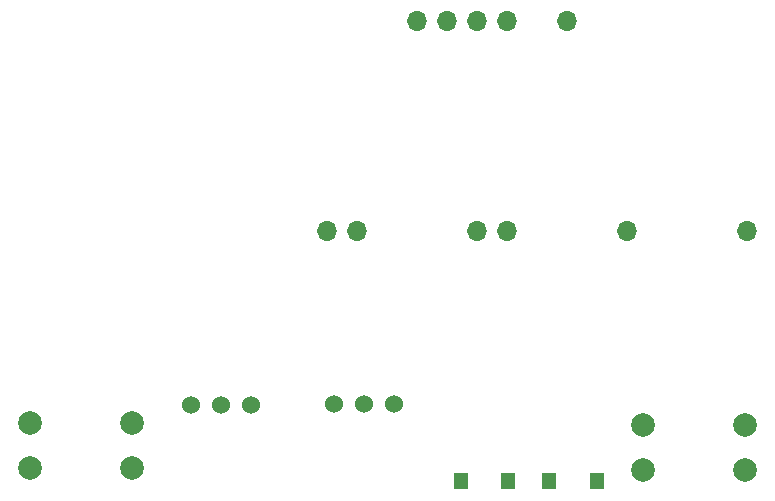
<source format=gbs>
%TF.GenerationSoftware,KiCad,Pcbnew,(6.0.6)*%
%TF.CreationDate,2022-06-29T14:14:22-05:00*%
%TF.ProjectId,FireflyV0,46697265-666c-4795-9630-2e6b69636164,rev?*%
%TF.SameCoordinates,Original*%
%TF.FileFunction,Soldermask,Bot*%
%TF.FilePolarity,Negative*%
%FSLAX46Y46*%
G04 Gerber Fmt 4.6, Leading zero omitted, Abs format (unit mm)*
G04 Created by KiCad (PCBNEW (6.0.6)) date 2022-06-29 14:14:22*
%MOMM*%
%LPD*%
G01*
G04 APERTURE LIST*
%ADD10O,1.700000X1.700000*%
%ADD11R,1.200000X1.400000*%
%ADD12C,2.010000*%
%ADD13C,1.524000*%
G04 APERTURE END LIST*
D10*
X60710000Y-16060000D03*
X55630000Y-16060000D03*
X53090000Y-16060000D03*
X50550000Y-16060000D03*
X48010000Y-16060000D03*
X40390000Y-33800000D03*
X42930000Y-33840000D03*
X53090000Y-33840000D03*
X55630000Y-33840000D03*
X65790000Y-33840000D03*
X75950000Y-33840000D03*
D11*
X63265000Y-54950000D03*
X59215000Y-54950000D03*
X55785000Y-54950000D03*
X51735000Y-54950000D03*
D12*
X15313821Y-50082500D03*
X15313821Y-53882500D03*
X23953821Y-53882500D03*
X23953821Y-50082500D03*
X67210000Y-50250000D03*
X67210000Y-54050000D03*
X75850000Y-54050000D03*
X75850000Y-50250000D03*
D13*
X46070000Y-48460000D03*
X43530000Y-48460000D03*
X40990000Y-48460000D03*
X34030000Y-48520000D03*
X31490000Y-48520000D03*
X28950000Y-48520000D03*
M02*

</source>
